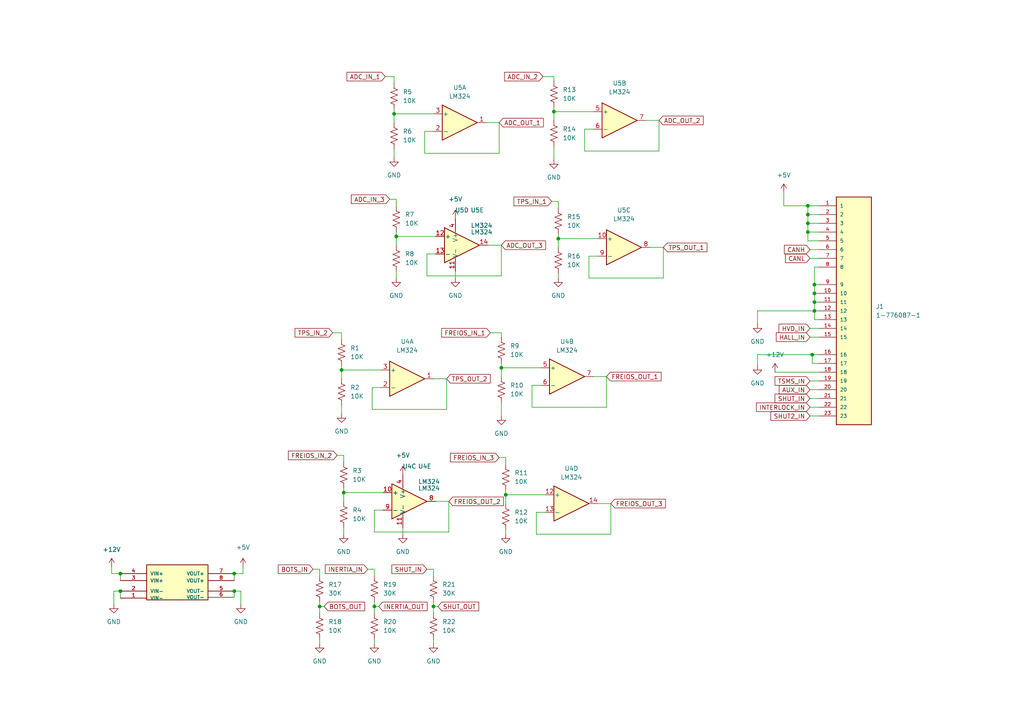
<source format=kicad_sch>
(kicad_sch (version 20211123) (generator eeschema)
  (paper "A4")
  (lib_symbols
    (symbol "1-776087-1:1-776087-1" (pin_names (offset 1.016))
      (property "Reference" "J" (at -5.08 33.7058 0))
      (property "Value" "1-776087-1" (at -5.08 -35.56 0))
      (symbol "1-776087-1_0_0"
        (rectangle (start -5.08 -33.02) (end 5.08 33.02) (stroke (width 0.254)) (fill (type background)))
        (pin passive line (at -10.16 30.48 0) (length 5.08) (name "1") (number "1"))
        (pin passive line (at -10.16 5.08 0) (length 5.08) (name "10") (number "10"))
        (pin passive line (at -10.16 2.54 0) (length 5.08) (name "11") (number "11"))
        (pin passive line (at -10.16 0 0) (length 5.08) (name "12") (number "12"))
        (pin passive line (at -10.16 -2.54 0) (length 5.08) (name "13") (number "13"))
        (pin passive line (at -10.16 -5.08 0) (length 5.08) (name "14") (number "14"))
        (pin passive line (at -10.16 -7.62 0) (length 5.08) (name "15") (number "15"))
        (pin passive line (at -10.16 -12.7 0) (length 5.08) (name "16") (number "16"))
        (pin passive line (at -10.16 -15.24 0) (length 5.08) (name "17") (number "17"))
        (pin passive line (at -10.16 -17.78 0) (length 5.08) (name "18") (number "18"))
        (pin passive line (at -10.16 -20.32 0) (length 5.08) (name "19") (number "19"))
        (pin passive line (at -10.16 27.94 0) (length 5.08) (name "2") (number "2"))
        (pin passive line (at -10.16 -22.86 0) (length 5.08) (name "20") (number "20"))
        (pin passive line (at -10.16 -25.4 0) (length 5.08) (name "21") (number "21"))
        (pin passive line (at -10.16 -27.94 0) (length 5.08) (name "22") (number "22"))
        (pin passive line (at -10.16 -30.48 0) (length 5.08) (name "23") (number "23"))
        (pin passive line (at -10.16 25.4 0) (length 5.08) (name "3") (number "3"))
        (pin passive line (at -10.16 22.86 0) (length 5.08) (name "4") (number "4"))
        (pin passive line (at -10.16 20.32 0) (length 5.08) (name "5") (number "5"))
        (pin passive line (at -10.16 17.78 0) (length 5.08) (name "6") (number "6"))
        (pin passive line (at -10.16 15.24 0) (length 5.08) (name "7") (number "7"))
        (pin passive line (at -10.16 12.7 0) (length 5.08) (name "8") (number "8"))
        (pin passive line (at -10.16 7.62 0) (length 5.08) (name "9") (number "9"))
      )
    )
    (symbol "Amplifier_Operational:LM324" (pin_names (offset 0.127))
      (property "Reference" "U" (at 0 5.08 0))
      (property "Value" "LM324" (at 0 -5.08 0))
      (symbol "LM324_1_1"
        (polyline (pts (xy -5.08 5.08) (xy 5.08 0) (xy -5.08 -5.08) (xy -5.08 5.08)) (stroke (width 0.254)) (fill (type background)))
        (pin output line (at 7.62 0 180) (length 2.54) (name "~") (number "1"))
        (pin input line (at -7.62 -2.54 0) (length 2.54) (name "-") (number "2"))
        (pin input line (at -7.62 2.54 0) (length 2.54) (name "+") (number "3"))
      )
      (symbol "LM324_2_1"
        (polyline (pts (xy -5.08 5.08) (xy 5.08 0) (xy -5.08 -5.08) (xy -5.08 5.08)) (stroke (width 0.254)) (fill (type background)))
        (pin input line (at -7.62 2.54 0) (length 2.54) (name "+") (number "5"))
        (pin input line (at -7.62 -2.54 0) (length 2.54) (name "-") (number "6"))
        (pin output line (at 7.62 0 180) (length 2.54) (name "~") (number "7"))
      )
      (symbol "LM324_3_1"
        (polyline (pts (xy -5.08 5.08) (xy 5.08 0) (xy -5.08 -5.08) (xy -5.08 5.08)) (stroke (width 0.254)) (fill (type background)))
        (pin input line (at -7.62 2.54 0) (length 2.54) (name "+") (number "10"))
        (pin output line (at 7.62 0 180) (length 2.54) (name "~") (number "8"))
        (pin input line (at -7.62 -2.54 0) (length 2.54) (name "-") (number "9"))
      )
      (symbol "LM324_4_1"
        (polyline (pts (xy -5.08 5.08) (xy 5.08 0) (xy -5.08 -5.08) (xy -5.08 5.08)) (stroke (width 0.254)) (fill (type background)))
        (pin input line (at -7.62 2.54 0) (length 2.54) (name "+") (number "12"))
        (pin input line (at -7.62 -2.54 0) (length 2.54) (name "-") (number "13"))
        (pin output line (at 7.62 0 180) (length 2.54) (name "~") (number "14"))
      )
      (symbol "LM324_5_1"
        (pin power_in line (at -2.54 -7.62 90) (length 3.81) (name "V-") (number "11"))
        (pin power_in line (at -2.54 7.62 270) (length 3.81) (name "V+") (number "4"))
      )
    )
    (symbol "Device:R_US" (pin_numbers hide) (pin_names (offset 0))
      (property "Reference" "R" (at 2.54 0 90))
      (property "Value" "R_US" (at -2.54 0 90))
      (symbol "R_US_0_1"
        (polyline (pts (xy 0 -2.286) (xy 0 -2.54)))
        (polyline (pts (xy 0 2.286) (xy 0 2.54)))
        (polyline (pts (xy 0 -0.762) (xy 1.016 -1.143) (xy 0 -1.524) (xy -1.016 -1.905) (xy 0 -2.286)))
        (polyline (pts (xy 0 0.762) (xy 1.016 0.381) (xy 0 0) (xy -1.016 -0.381) (xy 0 -0.762)))
        (polyline (pts (xy 0 2.286) (xy 1.016 1.905) (xy 0 1.524) (xy -1.016 1.143) (xy 0 0.762)))
      )
      (symbol "R_US_1_1"
        (pin passive line (at 0 3.81 270) (length 1.27) (name "~") (number "1"))
        (pin passive line (at 0 -3.81 90) (length 1.27) (name "~") (number "2"))
      )
    )
    (symbol "MP1584:MP1584" (pin_names (offset 1.016))
      (symbol "MP1584_0_0"
        (rectangle (start -7.62 -5.08) (end 10.16 5.08) (stroke (width 0.254)) (fill (type background)))
        (pin input line (at -15.24 -4.572 0) (length 7.62) (name "VIN-") (number "1"))
        (pin input line (at -15.24 -2.54 0) (length 7.62) (name "VIN-") (number "2"))
        (pin input line (at -15.24 0.508 0) (length 7.62) (name "VIN+") (number "3"))
        (pin input line (at -15.24 2.54 0) (length 7.62) (name "VIN+") (number "4"))
        (pin output line (at 17.78 -2.54 180) (length 7.62) (name "VOUT-") (number "5"))
        (pin output line (at 17.78 -4.318 180) (length 7.62) (name "VOUT-") (number "6"))
        (pin output line (at 17.78 2.54 180) (length 7.62) (name "VOUT+") (number "7"))
        (pin output line (at 17.78 0.508 180) (length 7.62) (name "VOUT+") (number "8"))
      )
    )
    (symbol "power:+12V" (power) (pin_names (offset 0))
      (property "Value" "+12V" (at 0 3.556 0))
      (symbol "+12V_0_1"
        (polyline (pts (xy -0.762 1.27) (xy 0 2.54)))
        (polyline (pts (xy 0 0) (xy 0 2.54)))
        (polyline (pts (xy 0 2.54) (xy 0.762 1.27)))
      )
      (symbol "+12V_1_1"
        (pin power_in line (at 0 0 90) (length 0) hide (name "+12V") (number "1"))
      )
    )
    (symbol "power:+5V" (power) (pin_names (offset 0))
      (property "Value" "+5V" (at 0 3.556 0))
      (symbol "+5V_0_1"
        (polyline (pts (xy -0.762 1.27) (xy 0 2.54)))
        (polyline (pts (xy 0 0) (xy 0 2.54)))
        (polyline (pts (xy 0 2.54) (xy 0.762 1.27)))
      )
      (symbol "+5V_1_1"
        (pin power_in line (at 0 0 90) (length 0) hide (name "+5V") (number "1"))
      )
    )
    (symbol "power:GND" (power) (pin_names (offset 0))
      (property "Value" "GND" (at 0 -3.81 0))
      (symbol "GND_0_1"
        (polyline (pts (xy 0 0) (xy 0 -1.27) (xy 1.27 -1.27) (xy 0 -2.54) (xy -1.27 -1.27) (xy 0 -1.27)))
      )
      (symbol "GND_1_1"
        (pin power_in line (at 0 0 270) (length 0) hide (name "GND") (number "1"))
      )
    )
  )
  (junction (at 99.06 107.315))
  (junction (at 146.685 143.51))
  (junction (at 234.315 62.23))
  (junction (at 34.925 171.45))
  (junction (at 236.22 82.55))
  (junction (at 114.935 68.58))
  (junction (at 234.315 59.69))
  (junction (at 145.415 106.68))
  (junction (at 236.22 90.17))
  (junction (at 67.945 166.37))
  (junction (at 67.945 171.45))
  (junction (at 108.585 175.895))
  (junction (at 92.71 175.895))
  (junction (at 234.315 64.77))
  (junction (at 235.585 102.87))
  (junction (at 236.22 85.09))
  (junction (at 160.655 32.385))
  (junction (at 236.22 87.63))
  (junction (at 161.925 69.215))
  (junction (at 234.315 67.31))
  (junction (at 99.695 142.875))
  (junction (at 34.925 166.37))
  (junction (at 114.3 33.02))
  (junction (at 125.73 175.895))
  (wire (pts (xy 96.52 96.52) (xy 99.06 96.52)))
  (wire (pts (xy 234.315 62.23) (xy 237.49 62.23)))
  (wire (pts (xy 177.165 154.94) (xy 155.575 154.94)))
  (wire (pts (xy 188.595 71.755) (xy 192.405 71.755)))
  (wire (pts (xy 69.85 175.26) (xy 69.85 171.45)))
  (wire (pts (xy 192.405 80.645) (xy 170.815 80.645)))
  (wire (pts (xy 234.315 59.69) (xy 234.315 62.23)))
  (wire (pts (xy 90.805 165.1) (xy 92.71 165.1)))
  (wire (pts (xy 144.78 44.45) (xy 123.19 44.45)))
  (wire (pts (xy 175.895 109.22) (xy 175.895 118.11)))
  (wire (pts (xy 236.22 92.71) (xy 237.49 92.71)))
  (wire (pts (xy 125.73 185.42) (xy 125.73 186.69)))
  (wire (pts (xy 146.685 132.715) (xy 146.685 134.62)))
  (wire (pts (xy 160.655 32.385) (xy 160.655 31.115)))
  (wire (pts (xy 170.815 74.295) (xy 173.355 74.295)))
  (wire (pts (xy 92.71 174.625) (xy 92.71 175.895)))
  (wire (pts (xy 108.585 165.1) (xy 108.585 167.005)))
  (wire (pts (xy 126.365 68.58) (xy 114.935 68.58)))
  (wire (pts (xy 92.71 165.1) (xy 92.71 167.005)))
  (wire (pts (xy 160.655 22.225) (xy 160.655 23.495)))
  (wire (pts (xy 227.33 59.69) (xy 234.315 59.69)))
  (wire (pts (xy 33.02 175.26) (xy 33.02 171.45)))
  (wire (pts (xy 157.48 22.225) (xy 160.655 22.225)))
  (wire (pts (xy 169.545 37.465) (xy 172.085 37.465)))
  (wire (pts (xy 146.685 153.67) (xy 146.685 154.94)))
  (wire (pts (xy 108.585 174.625) (xy 108.585 175.895)))
  (wire (pts (xy 173.355 69.215) (xy 161.925 69.215)))
  (wire (pts (xy 130.175 145.415) (xy 130.175 154.305)))
  (wire (pts (xy 114.3 33.02) (xy 114.3 31.75)))
  (wire (pts (xy 192.405 71.755) (xy 192.405 80.645)))
  (wire (pts (xy 111.125 142.875) (xy 99.695 142.875)))
  (wire (pts (xy 116.84 153.035) (xy 116.84 154.94)))
  (wire (pts (xy 140.97 35.56) (xy 144.78 35.56)))
  (wire (pts (xy 175.895 118.11) (xy 154.305 118.11)))
  (wire (pts (xy 234.315 64.77) (xy 234.315 67.31)))
  (wire (pts (xy 160.655 42.545) (xy 160.655 46.355)))
  (wire (pts (xy 111.76 22.225) (xy 114.3 22.225)))
  (wire (pts (xy 155.575 154.94) (xy 155.575 148.59)))
  (wire (pts (xy 161.925 69.215) (xy 161.925 71.755)))
  (wire (pts (xy 169.545 43.815) (xy 169.545 37.465)))
  (wire (pts (xy 114.3 22.225) (xy 114.3 24.13)))
  (wire (pts (xy 129.54 118.745) (xy 107.95 118.745)))
  (wire (pts (xy 236.22 87.63) (xy 236.22 90.17)))
  (wire (pts (xy 236.22 82.55) (xy 237.49 82.55)))
  (wire (pts (xy 235.585 105.41) (xy 237.49 105.41)))
  (wire (pts (xy 160.02 58.42) (xy 161.925 58.42)))
  (wire (pts (xy 177.165 146.05) (xy 177.165 154.94)))
  (wire (pts (xy 108.585 185.42) (xy 108.585 186.69)))
  (wire (pts (xy 144.78 35.56) (xy 144.78 44.45)))
  (wire (pts (xy 125.73 109.855) (xy 129.54 109.855)))
  (wire (pts (xy 236.22 87.63) (xy 237.49 87.63)))
  (wire (pts (xy 219.71 102.87) (xy 219.71 106.045)))
  (wire (pts (xy 114.935 78.74) (xy 114.935 80.645)))
  (wire (pts (xy 99.695 132.08) (xy 99.695 133.985)))
  (wire (pts (xy 173.355 146.05) (xy 177.165 146.05)))
  (wire (pts (xy 234.95 95.25) (xy 237.49 95.25)))
  (wire (pts (xy 107.95 112.395) (xy 110.49 112.395)))
  (wire (pts (xy 99.06 96.52) (xy 99.06 98.425)))
  (wire (pts (xy 114.935 68.58) (xy 114.935 67.31)))
  (wire (pts (xy 237.49 77.47) (xy 236.22 77.47)))
  (wire (pts (xy 234.315 67.31) (xy 237.49 67.31)))
  (wire (pts (xy 154.305 118.11) (xy 154.305 111.76)))
  (wire (pts (xy 99.695 142.875) (xy 99.695 141.605)))
  (wire (pts (xy 236.22 90.17) (xy 237.49 90.17)))
  (wire (pts (xy 234.95 118.11) (xy 237.49 118.11)))
  (wire (pts (xy 108.585 175.895) (xy 108.585 177.8)))
  (wire (pts (xy 236.22 85.09) (xy 237.49 85.09)))
  (wire (pts (xy 235.585 102.87) (xy 235.585 105.41)))
  (wire (pts (xy 155.575 148.59) (xy 158.115 148.59)))
  (wire (pts (xy 32.385 166.37) (xy 34.925 166.37)))
  (wire (pts (xy 224.79 107.95) (xy 237.49 107.95)))
  (wire (pts (xy 110.49 107.315) (xy 99.06 107.315)))
  (wire (pts (xy 145.415 96.52) (xy 145.415 97.79)))
  (wire (pts (xy 125.73 174.625) (xy 125.73 175.895)))
  (wire (pts (xy 123.19 38.1) (xy 125.73 38.1)))
  (wire (pts (xy 125.73 33.02) (xy 114.3 33.02)))
  (wire (pts (xy 97.79 132.08) (xy 99.695 132.08)))
  (wire (pts (xy 146.685 143.51) (xy 146.685 146.05)))
  (wire (pts (xy 114.935 68.58) (xy 114.935 71.12)))
  (wire (pts (xy 92.71 185.42) (xy 92.71 186.69)))
  (wire (pts (xy 158.115 143.51) (xy 146.685 143.51)))
  (wire (pts (xy 237.49 102.87) (xy 235.585 102.87)))
  (wire (pts (xy 234.95 97.79) (xy 237.49 97.79)))
  (wire (pts (xy 123.825 80.01) (xy 123.825 73.66)))
  (wire (pts (xy 234.95 110.49) (xy 237.49 110.49)))
  (wire (pts (xy 108.585 147.955) (xy 111.125 147.955)))
  (wire (pts (xy 154.305 111.76) (xy 156.845 111.76)))
  (wire (pts (xy 234.315 59.69) (xy 237.49 59.69)))
  (wire (pts (xy 236.22 77.47) (xy 236.22 82.55)))
  (wire (pts (xy 145.415 80.01) (xy 123.825 80.01)))
  (wire (pts (xy 114.3 33.02) (xy 114.3 35.56)))
  (wire (pts (xy 32.385 164.465) (xy 32.385 166.37)))
  (wire (pts (xy 125.73 175.895) (xy 125.73 177.8)))
  (wire (pts (xy 108.585 175.895) (xy 109.855 175.895)))
  (wire (pts (xy 236.22 85.09) (xy 236.22 87.63)))
  (wire (pts (xy 170.815 80.645) (xy 170.815 74.295)))
  (wire (pts (xy 161.925 69.215) (xy 161.925 67.945)))
  (wire (pts (xy 70.485 166.37) (xy 67.945 166.37)))
  (wire (pts (xy 236.22 82.55) (xy 236.22 85.09)))
  (wire (pts (xy 145.415 106.68) (xy 145.415 109.22)))
  (wire (pts (xy 34.925 171.45) (xy 34.925 173.482)))
  (wire (pts (xy 67.945 171.45) (xy 67.945 173.228)))
  (wire (pts (xy 99.695 142.875) (xy 99.695 145.415)))
  (wire (pts (xy 191.135 34.925) (xy 191.135 43.815)))
  (wire (pts (xy 234.95 72.39) (xy 237.49 72.39)))
  (wire (pts (xy 236.22 90.17) (xy 236.22 92.71)))
  (wire (pts (xy 237.49 69.85) (xy 234.315 69.85)))
  (wire (pts (xy 99.06 117.475) (xy 99.06 120.015)))
  (wire (pts (xy 141.605 71.12) (xy 145.415 71.12)))
  (wire (pts (xy 99.695 153.035) (xy 99.695 154.94)))
  (wire (pts (xy 125.73 165.1) (xy 125.73 167.005)))
  (wire (pts (xy 234.95 113.03) (xy 237.49 113.03)))
  (wire (pts (xy 234.315 69.85) (xy 234.315 67.31)))
  (wire (pts (xy 92.71 175.895) (xy 93.98 175.895)))
  (wire (pts (xy 234.95 74.93) (xy 237.49 74.93)))
  (wire (pts (xy 34.925 166.37) (xy 34.925 168.402)))
  (wire (pts (xy 161.925 58.42) (xy 161.925 60.325)))
  (wire (pts (xy 107.95 118.745) (xy 107.95 112.395)))
  (wire (pts (xy 126.365 145.415) (xy 130.175 145.415)))
  (wire (pts (xy 161.925 79.375) (xy 161.925 80.645)))
  (wire (pts (xy 99.06 107.315) (xy 99.06 109.855)))
  (wire (pts (xy 132.08 78.74) (xy 132.08 80.645)))
  (wire (pts (xy 70.485 164.465) (xy 70.485 166.37)))
  (wire (pts (xy 123.19 44.45) (xy 123.19 38.1)))
  (wire (pts (xy 69.85 171.45) (xy 67.945 171.45)))
  (wire (pts (xy 114.3 43.18) (xy 114.3 45.72)))
  (wire (pts (xy 160.655 32.385) (xy 160.655 34.925)))
  (wire (pts (xy 129.54 109.855) (xy 129.54 118.745)))
  (wire (pts (xy 234.95 115.57) (xy 237.49 115.57)))
  (wire (pts (xy 114.935 57.785) (xy 114.935 59.69)))
  (wire (pts (xy 187.325 34.925) (xy 191.135 34.925)))
  (wire (pts (xy 33.02 171.45) (xy 34.925 171.45)))
  (wire (pts (xy 146.685 143.51) (xy 146.685 142.24)))
  (wire (pts (xy 99.06 107.315) (xy 99.06 106.045)))
  (wire (pts (xy 92.71 175.895) (xy 92.71 177.8)))
  (wire (pts (xy 142.24 96.52) (xy 145.415 96.52)))
  (wire (pts (xy 113.03 57.785) (xy 114.935 57.785)))
  (wire (pts (xy 106.68 165.1) (xy 108.585 165.1)))
  (wire (pts (xy 123.825 165.1) (xy 125.73 165.1)))
  (wire (pts (xy 234.315 62.23) (xy 234.315 64.77)))
  (wire (pts (xy 156.845 106.68) (xy 145.415 106.68)))
  (wire (pts (xy 219.71 90.17) (xy 219.71 93.98)))
  (wire (pts (xy 108.585 154.305) (xy 108.585 147.955)))
  (wire (pts (xy 144.78 132.715) (xy 146.685 132.715)))
  (wire (pts (xy 219.71 102.87) (xy 235.585 102.87)))
  (wire (pts (xy 172.085 32.385) (xy 160.655 32.385)))
  (wire (pts (xy 234.95 120.65) (xy 237.49 120.65)))
  (wire (pts (xy 145.415 71.12) (xy 145.415 80.01)))
  (wire (pts (xy 145.415 116.84) (xy 145.415 120.65)))
  (wire (pts (xy 237.49 64.77) (xy 234.315 64.77)))
  (wire (pts (xy 145.415 106.68) (xy 145.415 105.41)))
  (wire (pts (xy 172.085 109.22) (xy 175.895 109.22)))
  (wire (pts (xy 227.33 55.88) (xy 227.33 59.69)))
  (wire (pts (xy 236.22 90.17) (xy 219.71 90.17)))
  (wire (pts (xy 130.175 154.305) (xy 108.585 154.305)))
  (wire (pts (xy 191.135 43.815) (xy 169.545 43.815)))
  (wire (pts (xy 123.825 73.66) (xy 126.365 73.66)))
  (wire (pts (xy 67.945 166.37) (xy 67.945 168.402)))
  (wire (pts (xy 125.73 175.895) (xy 127 175.895)))
  (global_label "ADC_OUT_1" (shape input) (at 144.78 35.56 0) (property "Referências entre as folhas" "${INTERSHEET_REFS}" (effects hide)))
  (global_label "CANL" (shape input) (at 234.95 74.93 180) (property "Referências entre as folhas" "${INTERSHEET_REFS}" (effects hide)))
  (global_label "ADC_IN_1" (shape input) (at 111.76 22.225 180) (property "Referências entre as folhas" "${INTERSHEET_REFS}" (effects hide)))
  (global_label "FREIOS_OUT_3" (shape input) (at 177.165 146.05 0) (property "Referências entre as folhas" "${INTERSHEET_REFS}" (effects hide)))
  (global_label "INTERLOCK_IN" (shape input) (at 234.95 118.11 180) (property "Referências entre as folhas" "${INTERSHEET_REFS}" (effects hide)))
  (global_label "SHUT_IN" (shape input) (at 123.825 165.1 180) (property "Referências entre as folhas" "${INTERSHEET_REFS}" (effects hide)))
  (global_label "AUX_IN" (shape input) (at 234.95 113.03 180) (property "Referências entre as folhas" "${INTERSHEET_REFS}" (effects hide)))
  (global_label "ADC_IN_2" (shape input) (at 157.48 22.225 180) (property "Referências entre as folhas" "${INTERSHEET_REFS}" (effects hide)))
  (global_label "FREIOS_OUT_1" (shape input) (at 175.895 109.22 0) (property "Referências entre as folhas" "${INTERSHEET_REFS}" (effects hide)))
  (global_label "TPS_IN_2" (shape input) (at 96.52 96.52 180) (property "Referências entre as folhas" "${INTERSHEET_REFS}" (effects hide)))
  (global_label "SHUT_IN" (shape input) (at 234.95 115.57 180) (property "Referências entre as folhas" "${INTERSHEET_REFS}" (effects hide)))
  (global_label "TPS_IN_1" (shape input) (at 160.02 58.42 180) (property "Referências entre as folhas" "${INTERSHEET_REFS}" (effects hide)))
  (global_label "FREIOS_OUT_2" (shape input) (at 130.175 145.415 0) (property "Referências entre as folhas" "${INTERSHEET_REFS}" (effects hide)))
  (global_label "CANH" (shape input) (at 234.95 72.39 180) (property "Referências entre as folhas" "${INTERSHEET_REFS}" (effects hide)))
  (global_label "FREIOS_IN_3" (shape input) (at 144.78 132.715 180) (property "Referências entre as folhas" "${INTERSHEET_REFS}" (effects hide)))
  (global_label "BOTS_OUT" (shape input) (at 93.98 175.895 0) (property "Referências entre as folhas" "${INTERSHEET_REFS}" (effects hide)))
  (global_label "SHUT_OUT" (shape input) (at 127 175.895 0) (property "Referências entre as folhas" "${INTERSHEET_REFS}" (effects hide)))
  (global_label "TPS_OUT_1" (shape input) (at 192.405 71.755 0) (property "Referências entre as folhas" "${INTERSHEET_REFS}" (effects hide)))
  (global_label "SHUT2_IN" (shape input) (at 234.95 120.65 180) (property "Referências entre as folhas" "${INTERSHEET_REFS}" (effects hide)))
  (global_label "ADC_OUT_3" (shape input) (at 145.415 71.12 0) (property "Referências entre as folhas" "${INTERSHEET_REFS}" (effects hide)))
  (global_label "BOTS_IN" (shape input) (at 90.805 165.1 180) (property "Referências entre as folhas" "${INTERSHEET_REFS}" (effects hide)))
  (global_label "FREIOS_IN_2" (shape input) (at 97.79 132.08 180) (property "Referências entre as folhas" "${INTERSHEET_REFS}" (effects hide)))
  (global_label "ADC_IN_3" (shape input) (at 113.03 57.785 180) (property "Referências entre as folhas" "${INTERSHEET_REFS}" (effects hide)))
  (global_label "FREIOS_IN_1" (shape input) (at 142.24 96.52 180) (property "Referências entre as folhas" "${INTERSHEET_REFS}" (effects hide)))
  (global_label "HALL_IN" (shape input) (at 234.95 97.79 180) (property "Referências entre as folhas" "${INTERSHEET_REFS}" (effects hide)))
  (global_label "INERTIA_IN" (shape input) (at 106.68 165.1 180) (property "Referências entre as folhas" "${INTERSHEET_REFS}" (effects hide)))
  (global_label "INERTIA_OUT" (shape input) (at 109.855 175.895 0) (property "Referências entre as folhas" "${INTERSHEET_REFS}" (effects hide)))
  (global_label "ADC_OUT_2" (shape input) (at 191.135 34.925 0) (property "Referências entre as folhas" "${INTERSHEET_REFS}" (effects hide)))
  (global_label "TSMS_IN" (shape input) (at 234.95 110.49 180) (property "Referências entre as folhas" "${INTERSHEET_REFS}" (effects hide)))
  (global_label "TPS_OUT_2" (shape input) (at 129.54 109.855 0) (property "Referências entre as folhas" "${INTERSHEET_REFS}" (effects hide)))
  (global_label "HVD_IN" (shape input) (at 234.95 95.25 180) (property "Referências entre as folhas" "${INTERSHEET_REFS}" (effects hide)))
  (symbol (lib_id "power:GND") (at 219.71 106.045 0) (unit 1)
    (property "Reference" "#PWR?" (effects hide))
    (property "Value" "GND" (at 219.71 111.125 0))
  )
  (symbol (lib_id "Amplifier_Operational:LM324") (at 133.985 71.12 0) (unit 4)
    (property "Reference" "U5" (at 133.985 60.96 0))
    (property "Value" "LM324" (at 139.7 65.405 0))
    (property "Footprint" "Package_DIP:DIP-14_W7.62mm_LongPads" (effects hide))
    (property "Datasheet" "http://www.ti.com/lit/ds/symlink/lm2902-n.pdf" (effects hide))
  )
  (symbol (lib_id "Amplifier_Operational:LM324") (at 118.745 145.415 0) (unit 3)
    (property "Reference" "U4" (at 118.745 135.255 0))
    (property "Value" "LM324" (at 124.46 139.7 0))
    (property "Footprint" "Package_DIP:DIP-14_W7.62mm_LongPads" (effects hide))
    (property "Datasheet" "http://www.ti.com/lit/ds/symlink/lm2902-n.pdf" (effects hide))
  )
  (symbol (lib_id "Amplifier_Operational:LM324") (at 119.38 145.415 0) (unit 5)
    (property "Reference" "U4" (at 123.19 135.255 0))
    (property "Value" "LM324" (at 124.46 141.605 0))
    (property "Footprint" "Package_DIP:DIP-14_W7.62mm_LongPads" (effects hide))
    (property "Datasheet" "http://www.ti.com/lit/ds/symlink/lm2902-n.pdf" (effects hide))
  )
  (symbol (lib_id "power:+5V") (at 227.33 55.88 0) (unit 1)
    (property "Reference" "#PWR?" (effects hide))
    (property "Value" "+5V" (at 227.33 50.8 0))
  )
  (symbol (lib_id "power:GND") (at 145.415 120.65 0) (unit 1)
    (property "Reference" "#PWR07" (effects hide))
    (property "Value" "GND" (at 145.415 125.73 0))
  )
  (symbol (lib_id "Device:R_US") (at 145.415 113.03 0) (unit 1)
    (property "Reference" "R10" (at 147.955 111.7599 0) (effects (justify left)))
    (property "Value" "10K" (at 147.955 114.2999 0) (effects (justify left)))
    (property "Footprint" "Resistor_THT:R_Axial_DIN0207_L6.3mm_D2.5mm_P10.16mm_Horizontal" (effects hide))
  )
  (symbol (lib_id "power:+5V") (at 116.84 137.795 0) (unit 1)
    (property "Reference" "#PWR0102" (effects hide))
    (property "Value" "+5V" (at 116.84 132.08 0))
  )
  (symbol (lib_id "Device:R_US") (at 92.71 170.815 0) (unit 1)
    (property "Reference" "R17" (at 95.25 169.5449 0) (effects (justify left)))
    (property "Value" "30K" (at 95.25 172.0849 0) (effects (justify left)))
    (property "Footprint" "Resistor_THT:R_Axial_DIN0207_L6.3mm_D2.5mm_P10.16mm_Horizontal" (effects hide))
  )
  (symbol (lib_id "Device:R_US") (at 145.415 101.6 0) (unit 1)
    (property "Reference" "R9" (at 147.955 100.3299 0) (effects (justify left)))
    (property "Value" "10K" (at 147.955 102.8699 0) (effects (justify left)))
    (property "Footprint" "Resistor_THT:R_Axial_DIN0207_L6.3mm_D2.5mm_P10.16mm_Horizontal" (effects hide))
  )
  (symbol (lib_id "power:GND") (at 99.06 120.015 0) (unit 1)
    (property "Reference" "#PWR01" (effects hide))
    (property "Value" "GND" (at 99.06 125.095 0))
  )
  (symbol (lib_id "Device:R_US") (at 114.3 39.37 0) (unit 1)
    (property "Reference" "R6" (at 116.84 38.0999 0) (effects (justify left)))
    (property "Value" "10K" (at 116.84 40.6399 0) (effects (justify left)))
    (property "Footprint" "Resistor_THT:R_Axial_DIN0207_L6.3mm_D2.5mm_P10.16mm_Horizontal" (effects hide))
  )
  (symbol (lib_id "power:GND") (at 116.84 154.94 0) (unit 1)
    (property "Reference" "#PWR05" (effects hide))
    (property "Value" "GND" (at 116.84 160.02 0))
  )
  (symbol (lib_id "Device:R_US") (at 160.655 38.735 0) (unit 1)
    (property "Reference" "R14" (at 163.195 37.4649 0) (effects (justify left)))
    (property "Value" "10K" (at 163.195 40.0049 0) (effects (justify left)))
    (property "Footprint" "Resistor_THT:R_Axial_DIN0207_L6.3mm_D2.5mm_P10.16mm_Horizontal" (effects hide))
  )
  (symbol (lib_id "power:GND") (at 146.685 154.94 0) (unit 1)
    (property "Reference" "#PWR08" (effects hide))
    (property "Value" "GND" (at 146.685 160.02 0))
  )
  (symbol (lib_id "power:GND") (at 99.695 154.94 0) (unit 1)
    (property "Reference" "#PWR02" (effects hide))
    (property "Value" "GND" (at 99.695 160.02 0))
  )
  (symbol (lib_id "power:GND") (at 160.655 46.355 0) (unit 1)
    (property "Reference" "#PWR09" (effects hide))
    (property "Value" "GND" (at 160.655 51.435 0))
  )
  (symbol (lib_id "power:+12V") (at 224.79 107.95 0) (unit 1)
    (property "Reference" "#PWR?" (effects hide))
    (property "Value" "+12V" (at 224.79 102.87 0))
  )
  (symbol (lib_id "Amplifier_Operational:LM324") (at 133.35 35.56 0) (unit 1)
    (property "Reference" "U5" (at 133.35 25.4 0))
    (property "Value" "LM324" (at 133.35 27.94 0))
    (property "Footprint" "Package_DIP:DIP-14_W7.62mm_LongPads" (effects hide))
    (property "Datasheet" "http://www.ti.com/lit/ds/symlink/lm2902-n.pdf" (effects hide))
  )
  (symbol (lib_id "Amplifier_Operational:LM324") (at 165.735 146.05 0) (unit 4)
    (property "Reference" "U4" (at 165.735 135.89 0))
    (property "Value" "LM324" (at 165.735 138.43 0))
    (property "Footprint" "Package_DIP:DIP-14_W7.62mm_LongPads" (effects hide))
    (property "Datasheet" "http://www.ti.com/lit/ds/symlink/lm2902-n.pdf" (effects hide))
  )
  (symbol (lib_id "Device:R_US") (at 161.925 75.565 0) (unit 1)
    (property "Reference" "R16" (at 164.465 74.2949 0) (effects (justify left)))
    (property "Value" "10K" (at 164.465 76.8349 0) (effects (justify left)))
    (property "Footprint" "Resistor_THT:R_Axial_DIN0207_L6.3mm_D2.5mm_P10.16mm_Horizontal" (effects hide))
  )
  (symbol (lib_id "Amplifier_Operational:LM324") (at 164.465 109.22 0) (unit 2)
    (property "Reference" "U4" (at 164.465 99.06 0))
    (property "Value" "LM324" (at 164.465 101.6 0))
    (property "Footprint" "Package_DIP:DIP-14_W7.62mm_LongPads" (effects hide))
    (property "Datasheet" "http://www.ti.com/lit/ds/symlink/lm2902-n.pdf" (effects hide))
  )
  (symbol (lib_id "1-776087-1:1-776087-1") (at 247.65 90.17 0) (unit 1)
    (property "Reference" "J1" (at 254 88.8999 0) (effects (justify left)))
    (property "Value" "1-776087-1" (at 254 91.4399 0) (effects (justify left)))
    (property "Footprint" "TE_1-776087-1" (effects hide))
    (property "Comment" "1-776087-1" (effects hide))
    (property "EU_RoHS_Compliance" "Compliant" (effects hide))
  )
  (symbol (lib_id "MP1584:MP1584") (at 50.165 168.91 0) (unit 1)
    (property "Reference" "U2" (effects hide))
    (property "Value" "MP1584" (effects hide))
    (property "Footprint" "Cheetah:DC-BRICK" (effects hide))
  )
  (symbol (lib_id "Device:R_US") (at 125.73 181.61 0) (unit 1)
    (property "Reference" "R22" (at 128.27 180.3399 0) (effects (justify left)))
    (property "Value" "10K" (at 128.27 182.8799 0) (effects (justify left)))
    (property "Footprint" "Resistor_THT:R_Axial_DIN0207_L6.3mm_D2.5mm_P10.16mm_Horizontal" (effects hide))
  )
  (symbol (lib_id "power:GND") (at 219.71 93.98 0) (unit 1)
    (property "Reference" "#PWR013" (effects hide))
    (property "Value" "GND" (at 219.71 99.06 0))
  )
  (symbol (lib_id "Device:R_US") (at 92.71 181.61 0) (unit 1)
    (property "Reference" "R18" (at 95.25 180.3399 0) (effects (justify left)))
    (property "Value" "10K" (at 95.25 182.8799 0) (effects (justify left)))
    (property "Footprint" "Resistor_THT:R_Axial_DIN0207_L6.3mm_D2.5mm_P10.16mm_Horizontal" (effects hide))
  )
  (symbol (lib_id "power:+12V") (at 32.385 164.465 0) (unit 1)
    (property "Reference" "#PWR0106" (effects hide))
    (property "Value" "+12V" (at 32.385 159.385 0))
  )
  (symbol (lib_id "Device:R_US") (at 99.695 149.225 0) (unit 1)
    (property "Reference" "R4" (at 102.235 147.9549 0) (effects (justify left)))
    (property "Value" "10K" (at 102.235 150.4949 0) (effects (justify left)))
    (property "Footprint" "Resistor_THT:R_Axial_DIN0207_L6.3mm_D2.5mm_P10.16mm_Horizontal" (effects hide))
  )
  (symbol (lib_id "power:GND") (at 108.585 186.69 0) (unit 1)
    (property "Reference" "#PWR0110" (effects hide))
    (property "Value" "GND" (at 108.585 191.77 0))
  )
  (symbol (lib_id "Device:R_US") (at 146.685 149.86 0) (unit 1)
    (property "Reference" "R12" (at 149.225 148.5899 0) (effects (justify left)))
    (property "Value" "10K" (at 149.225 151.1299 0) (effects (justify left)))
    (property "Footprint" "Resistor_THT:R_Axial_DIN0207_L6.3mm_D2.5mm_P10.16mm_Horizontal" (effects hide))
  )
  (symbol (lib_id "Amplifier_Operational:LM324") (at 134.62 71.12 0) (unit 5)
    (property "Reference" "U5" (at 138.43 60.96 0))
    (property "Value" "LM324" (at 139.7 67.31 0))
    (property "Footprint" "Package_DIP:DIP-14_W7.62mm_LongPads" (effects hide))
    (property "Datasheet" "http://www.ti.com/lit/ds/symlink/lm2902-n.pdf" (effects hide))
  )
  (symbol (lib_id "Device:R_US") (at 161.925 64.135 0) (unit 1)
    (property "Reference" "R15" (at 164.465 62.8649 0) (effects (justify left)))
    (property "Value" "10K" (at 164.465 65.4049 0) (effects (justify left)))
    (property "Footprint" "Resistor_THT:R_Axial_DIN0207_L6.3mm_D2.5mm_P10.16mm_Horizontal" (effects hide))
  )
  (symbol (lib_id "power:GND") (at 33.02 175.26 0) (unit 1)
    (property "Reference" "#PWR0104" (effects hide))
    (property "Value" "GND" (at 33.02 180.34 0))
  )
  (symbol (lib_id "Device:R_US") (at 160.655 27.305 0) (unit 1)
    (property "Reference" "R13" (at 163.195 26.0349 0) (effects (justify left)))
    (property "Value" "10K" (at 163.195 28.5749 0) (effects (justify left)))
    (property "Footprint" "Resistor_THT:R_Axial_DIN0207_L6.3mm_D2.5mm_P10.16mm_Horizontal" (effects hide))
  )
  (symbol (lib_id "Device:R_US") (at 99.06 102.235 0) (unit 1)
    (property "Reference" "R1" (at 101.6 100.9649 0) (effects (justify left)))
    (property "Value" "10K" (at 101.6 103.5049 0) (effects (justify left)))
    (property "Footprint" "Resistor_THT:R_Axial_DIN0207_L6.3mm_D2.5mm_P10.16mm_Horizontal" (effects hide))
  )
  (symbol (lib_id "Device:R_US") (at 99.06 113.665 0) (unit 1)
    (property "Reference" "R2" (at 101.6 112.3949 0) (effects (justify left)))
    (property "Value" "10K" (at 101.6 114.9349 0) (effects (justify left)))
    (property "Footprint" "Resistor_THT:R_Axial_DIN0207_L6.3mm_D2.5mm_P10.16mm_Horizontal" (effects hide))
  )
  (symbol (lib_id "power:GND") (at 161.925 80.645 0) (unit 1)
    (property "Reference" "#PWR010" (effects hide))
    (property "Value" "GND" (at 161.925 85.725 0))
  )
  (symbol (lib_id "power:+5V") (at 132.08 63.5 0) (unit 1)
    (property "Reference" "#PWR0101" (effects hide))
    (property "Value" "+5V" (at 132.08 57.785 0))
  )
  (symbol (lib_id "Device:R_US") (at 108.585 181.61 0) (unit 1)
    (property "Reference" "R20" (at 111.125 180.3399 0) (effects (justify left)))
    (property "Value" "10K" (at 111.125 182.8799 0) (effects (justify left)))
    (property "Footprint" "Resistor_THT:R_Axial_DIN0207_L6.3mm_D2.5mm_P10.16mm_Horizontal" (effects hide))
  )
  (symbol (lib_id "Device:R_US") (at 114.3 27.94 0) (unit 1)
    (property "Reference" "R5" (at 116.84 26.6699 0) (effects (justify left)))
    (property "Value" "10K" (at 116.84 29.2099 0) (effects (justify left)))
    (property "Footprint" "Resistor_THT:R_Axial_DIN0207_L6.3mm_D2.5mm_P10.16mm_Horizontal" (effects hide))
  )
  (symbol (lib_id "power:GND") (at 114.3 45.72 0) (unit 1)
    (property "Reference" "#PWR03" (effects hide))
    (property "Value" "GND" (at 114.3 50.8 0))
  )
  (symbol (lib_id "Amplifier_Operational:LM324") (at 118.11 109.855 0) (unit 1)
    (property "Reference" "U4" (at 118.11 99.06 0))
    (property "Value" "LM324" (at 118.11 101.6 0))
    (property "Footprint" "Package_DIP:DIP-14_W7.62mm_LongPads" (effects hide))
    (property "Datasheet" "http://www.ti.com/lit/ds/symlink/lm2902-n.pdf" (effects hide))
  )
  (symbol (lib_id "power:GND") (at 69.85 175.26 0) (unit 1)
    (property "Reference" "#PWR0103" (effects hide))
    (property "Value" "GND" (at 69.85 180.34 0))
  )
  (symbol (lib_id "Amplifier_Operational:LM324") (at 179.705 34.925 0) (unit 2)
    (property "Reference" "U5" (at 179.705 24.13 0))
    (property "Value" "LM324" (at 179.705 26.67 0))
    (property "Footprint" "Package_DIP:DIP-14_W7.62mm_LongPads" (effects hide))
    (property "Datasheet" "http://www.ti.com/lit/ds/symlink/lm2902-n.pdf" (effects hide))
  )
  (symbol (lib_id "Device:R_US") (at 108.585 170.815 0) (unit 1)
    (property "Reference" "R19" (at 111.125 169.5449 0) (effects (justify left)))
    (property "Value" "30K" (at 111.125 172.0849 0) (effects (justify left)))
    (property "Footprint" "Resistor_THT:R_Axial_DIN0207_L6.3mm_D2.5mm_P10.16mm_Horizontal" (effects hide))
  )
  (symbol (lib_id "power:GND") (at 125.73 186.69 0) (unit 1)
    (property "Reference" "#PWR0111" (effects hide))
    (property "Value" "GND" (at 125.73 191.77 0))
  )
  (symbol (lib_id "power:GND") (at 114.935 80.645 0) (unit 1)
    (property "Reference" "#PWR04" (effects hide))
    (property "Value" "GND" (at 114.935 85.725 0))
  )
  (symbol (lib_id "Device:R_US") (at 114.935 74.93 0) (unit 1)
    (property "Reference" "R8" (at 117.475 73.6599 0) (effects (justify left)))
    (property "Value" "10K" (at 117.475 76.1999 0) (effects (justify left)))
    (property "Footprint" "Resistor_THT:R_Axial_DIN0207_L6.3mm_D2.5mm_P10.16mm_Horizontal" (effects hide))
  )
  (symbol (lib_id "Device:R_US") (at 125.73 170.815 0) (unit 1)
    (property "Reference" "R21" (at 128.27 169.5449 0) (effects (justify left)))
    (property "Value" "30K" (at 128.27 172.0849 0) (effects (justify left)))
    (property "Footprint" "Resistor_THT:R_Axial_DIN0207_L6.3mm_D2.5mm_P10.16mm_Horizontal" (effects hide))
  )
  (symbol (lib_id "Device:R_US") (at 99.695 137.795 0) (unit 1)
    (property "Reference" "R3" (at 102.235 136.5249 0) (effects (justify left)))
    (property "Value" "10K" (at 102.235 139.0649 0) (effects (justify left)))
    (property "Footprint" "Resistor_THT:R_Axial_DIN0207_L6.3mm_D2.5mm_P10.16mm_Horizontal" (effects hide))
  )
  (symbol (lib_id "power:GND") (at 132.08 80.645 0) (unit 1)
    (property "Reference" "#PWR06" (effects hide))
    (property "Value" "GND" (at 132.08 85.725 0))
  )
  (symbol (lib_id "Device:R_US") (at 114.935 63.5 0) (unit 1)
    (property "Reference" "R7" (at 117.475 62.2299 0) (effects (justify left)))
    (property "Value" "10K" (at 117.475 64.7699 0) (effects (justify left)))
    (property "Footprint" "Resistor_THT:R_Axial_DIN0207_L6.3mm_D2.5mm_P10.16mm_Horizontal" (effects hide))
  )
  (symbol (lib_id "Amplifier_Operational:LM324") (at 180.975 71.755 0) (unit 3)
    (property "Reference" "U5" (at 180.975 60.96 0))
    (property "Value" "LM324" (at 180.975 63.5 0))
    (property "Footprint" "Package_DIP:DIP-14_W7.62mm_LongPads" (effects hide))
    (property "Datasheet" "http://www.ti.com/lit/ds/symlink/lm2902-n.pdf" (effects hide))
  )
  (symbol (lib_id "power:GND") (at 92.71 186.69 0) (unit 1)
    (property "Reference" "#PWR0109" (effects hide))
    (property "Value" "GND" (at 92.71 191.77 0))
  )
  (symbol (lib_id "Device:R_US") (at 146.685 138.43 0) (unit 1)
    (property "Reference" "R11" (at 149.225 137.1599 0) (effects (justify left)))
    (property "Value" "10K" (at 149.225 139.6999 0) (effects (justify left)))
    (property "Footprint" "Resistor_THT:R_Axial_DIN0207_L6.3mm_D2.5mm_P10.16mm_Horizontal" (effects hide))
  )
  (symbol (lib_id "power:+5V") (at 70.485 164.465 0) (unit 1)
    (property "Reference" "#PWR0105" (effects hide))
    (property "Value" "+5V" (at 70.485 158.75 0))
  )
)
</source>
